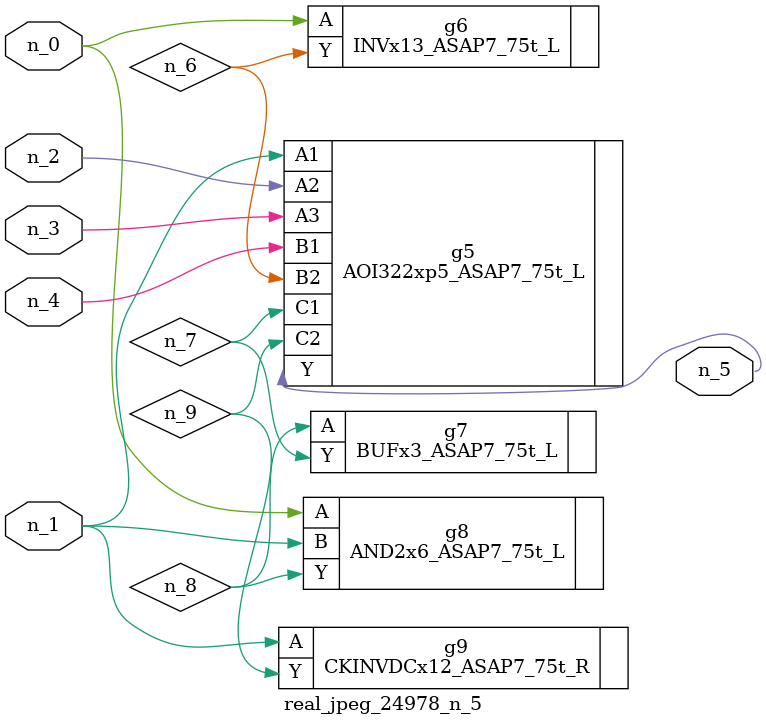
<source format=v>
module real_jpeg_24978_n_5 (n_4, n_0, n_1, n_2, n_3, n_5);

input n_4;
input n_0;
input n_1;
input n_2;
input n_3;

output n_5;

wire n_8;
wire n_6;
wire n_7;
wire n_9;

INVx13_ASAP7_75t_L g6 ( 
.A(n_0),
.Y(n_6)
);

AND2x6_ASAP7_75t_L g8 ( 
.A(n_0),
.B(n_1),
.Y(n_8)
);

AOI322xp5_ASAP7_75t_L g5 ( 
.A1(n_1),
.A2(n_2),
.A3(n_3),
.B1(n_4),
.B2(n_6),
.C1(n_7),
.C2(n_9),
.Y(n_5)
);

CKINVDCx12_ASAP7_75t_R g9 ( 
.A(n_1),
.Y(n_9)
);

BUFx3_ASAP7_75t_L g7 ( 
.A(n_8),
.Y(n_7)
);


endmodule
</source>
